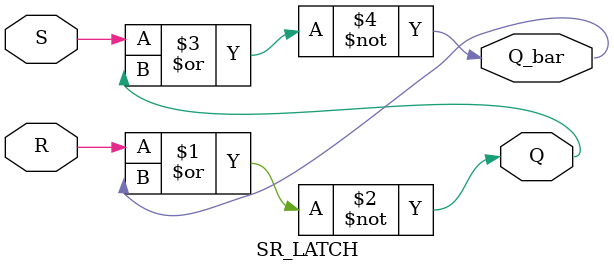
<source format=v>
`timescale 1ns / 1ps


module SR_LATCH(S,R,Q,Q_bar);
input S,R;
output Q,Q_bar;
assign Q=~(R|Q_bar);
assign Q_bar=~(S|Q);
endmodule

</source>
